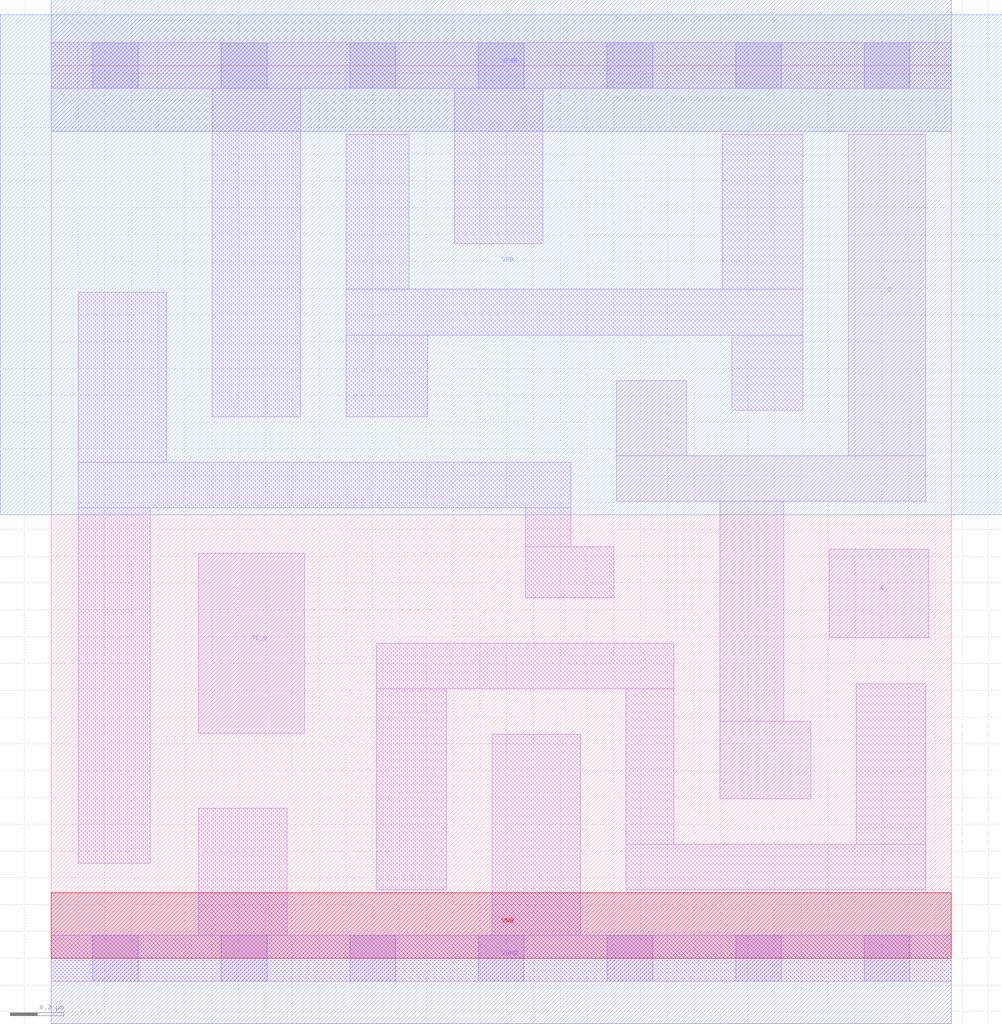
<source format=lef>
# Copyright 2020 The SkyWater PDK Authors
#
# Licensed under the Apache License, Version 2.0 (the "License");
# you may not use this file except in compliance with the License.
# You may obtain a copy of the License at
#
#     https://www.apache.org/licenses/LICENSE-2.0
#
# Unless required by applicable law or agreed to in writing, software
# distributed under the License is distributed on an "AS IS" BASIS,
# WITHOUT WARRANTIES OR CONDITIONS OF ANY KIND, either express or implied.
# See the License for the specific language governing permissions and
# limitations under the License.
#
# SPDX-License-Identifier: Apache-2.0

VERSION 5.7 ;
  NOWIREEXTENSIONATPIN ON ;
  DIVIDERCHAR "/" ;
  BUSBITCHARS "[]" ;
MACRO sky130_fd_sc_lp__einvn_2
  CLASS CORE ;
  FOREIGN sky130_fd_sc_lp__einvn_2 ;
  ORIGIN  0.000000  0.000000 ;
  SIZE  3.360000 BY  3.330000 ;
  SYMMETRY X Y R90 ;
  SITE unit ;
  PIN A
    ANTENNAGATEAREA  0.630000 ;
    DIRECTION INPUT ;
    USE SIGNAL ;
    PORT
      LAYER li1 ;
        RECT 2.905000 1.195000 3.275000 1.525000 ;
    END
  END A
  PIN TE_B
    ANTENNAGATEAREA  0.537000 ;
    DIRECTION INPUT ;
    USE SIGNAL ;
    PORT
      LAYER li1 ;
        RECT 0.550000 0.840000 0.945000 1.510000 ;
    END
  END TE_B
  PIN Z
    ANTENNADIFFAREA  0.903000 ;
    DIRECTION OUTPUT ;
    USE SIGNAL ;
    PORT
      LAYER li1 ;
        RECT 2.110000 1.705000 3.265000 1.875000 ;
        RECT 2.110000 1.875000 2.370000 2.155000 ;
        RECT 2.495000 0.595000 2.835000 0.885000 ;
        RECT 2.495000 0.885000 2.735000 1.705000 ;
        RECT 2.975000 1.875000 3.265000 3.075000 ;
    END
  END Z
  PIN VGND
    DIRECTION INOUT ;
    USE GROUND ;
    PORT
      LAYER met1 ;
        RECT 0.000000 -0.245000 3.360000 0.245000 ;
    END
  END VGND
  PIN VNB
    DIRECTION INOUT ;
    USE GROUND ;
    PORT
      LAYER pwell ;
        RECT 0.000000 0.000000 3.360000 0.245000 ;
    END
  END VNB
  PIN VPB
    DIRECTION INOUT ;
    USE POWER ;
    PORT
      LAYER nwell ;
        RECT -0.190000 1.655000 3.550000 3.520000 ;
    END
  END VPB
  PIN VPWR
    DIRECTION INOUT ;
    USE POWER ;
    PORT
      LAYER met1 ;
        RECT 0.000000 3.085000 3.360000 3.575000 ;
    END
  END VPWR
  OBS
    LAYER li1 ;
      RECT 0.000000 -0.085000 3.360000 0.085000 ;
      RECT 0.000000  3.245000 3.360000 3.415000 ;
      RECT 0.100000  0.355000 0.370000 1.680000 ;
      RECT 0.100000  1.680000 1.940000 1.850000 ;
      RECT 0.100000  1.850000 0.430000 2.485000 ;
      RECT 0.550000  0.085000 0.880000 0.560000 ;
      RECT 0.600000  2.020000 0.930000 3.245000 ;
      RECT 1.100000  2.020000 1.405000 2.325000 ;
      RECT 1.100000  2.325000 2.805000 2.495000 ;
      RECT 1.100000  2.495000 1.335000 3.075000 ;
      RECT 1.215000  0.255000 1.475000 1.005000 ;
      RECT 1.215000  1.005000 2.325000 1.175000 ;
      RECT 1.505000  2.665000 1.835000 3.245000 ;
      RECT 1.645000  0.085000 1.975000 0.835000 ;
      RECT 1.770000  1.345000 2.100000 1.535000 ;
      RECT 1.770000  1.535000 1.940000 1.680000 ;
      RECT 2.145000  0.255000 3.265000 0.425000 ;
      RECT 2.145000  0.425000 2.325000 1.005000 ;
      RECT 2.505000  2.495000 2.805000 3.075000 ;
      RECT 2.540000  2.045000 2.805000 2.325000 ;
      RECT 3.005000  0.425000 3.265000 1.025000 ;
    LAYER mcon ;
      RECT 0.155000 -0.085000 0.325000 0.085000 ;
      RECT 0.155000  3.245000 0.325000 3.415000 ;
      RECT 0.635000 -0.085000 0.805000 0.085000 ;
      RECT 0.635000  3.245000 0.805000 3.415000 ;
      RECT 1.115000 -0.085000 1.285000 0.085000 ;
      RECT 1.115000  3.245000 1.285000 3.415000 ;
      RECT 1.595000 -0.085000 1.765000 0.085000 ;
      RECT 1.595000  3.245000 1.765000 3.415000 ;
      RECT 2.075000 -0.085000 2.245000 0.085000 ;
      RECT 2.075000  3.245000 2.245000 3.415000 ;
      RECT 2.555000 -0.085000 2.725000 0.085000 ;
      RECT 2.555000  3.245000 2.725000 3.415000 ;
      RECT 3.035000 -0.085000 3.205000 0.085000 ;
      RECT 3.035000  3.245000 3.205000 3.415000 ;
  END
END sky130_fd_sc_lp__einvn_2
END LIBRARY

</source>
